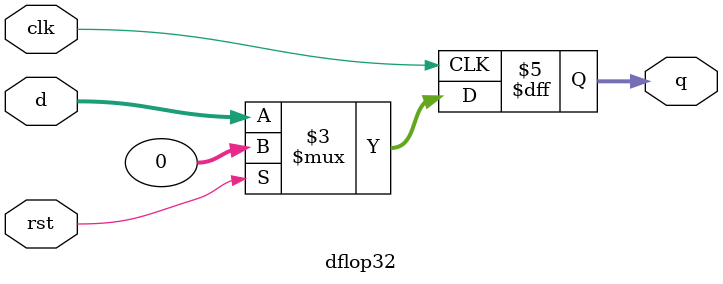
<source format=v>
`timescale 1us/100ns
module dflop32(q, d, clk, rst);

    output reg [31:0] q;      // 32-bit output
    input wire [31:0] d;      // 32-bit input
    input wire clk;           // Clock signal
    input wire rst;           // Reset signal

    always @(posedge clk) begin
        if (rst)
            q <= 32'b0;       // Reset the output to 0
        else
            q <= d;           // Write the 32-bit data to the output
    end

endmodule


</source>
